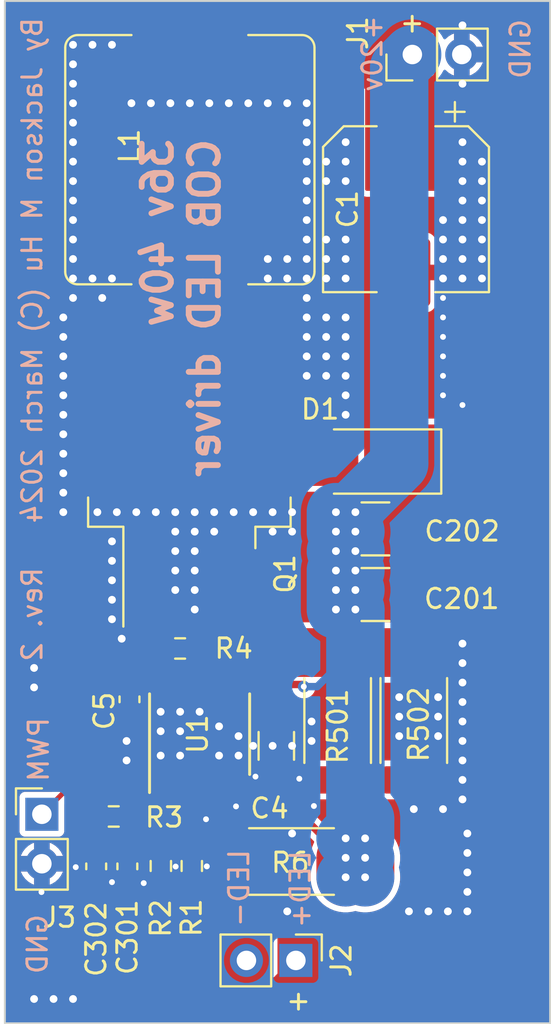
<source format=kicad_pcb>
(kicad_pcb (version 20240108) (generator "pcbnew") (generator_version "8.0")
  (layers (0 "F.Cu" signal) (31 "B.Cu" signal) (34 "B.Paste" user) (35 "F.Paste" user) (36 "B.SilkS" user "B.Silkscreen") (37 "F.SilkS" user "F.Silkscreen") (38 "B.Mask" user) (39 "F.Mask" user) (44 "Edge.Cuts" user))
  (net 0 "")
  (net 1 "Net-(C301-Pad1)")
  (net 2 "GND")
  (net 3 "LED+")
  (net 4 "Net-(D1-A)")
  (net 5 "Net-(Q1-G)")
  (net 6 "Net-(Q1-S)")
  (net 7 "Net-(U1-COMP)")
  (net 8 "Net-(U1-OVP)")
  (net 9 "LED-")
  (net 10 "SHDN")
  (net 11 "Net-(U1-ISW)")
  (net 12 "VBUS")
  (net 13 "Net-(U1-VCC)")
  (footprint "Resistor_SMD:R_2512_6332Metric_Pad1.40x3.35mm_HandSolder" (layer "F.Cu") (at 158.5 123.7 -90)
    (property "Reference" "R502" (at 0.2 -0.25 90) (layer "F.SilkS"))
    (property "Value" "0.09R/2w")
    (fp_line (start -2.177064 1.71) (end 2.177064 1.71) (stroke (width 0.12)) (layer "F.SilkS"))
    (fp_line (start -2.177064 -1.71) (end 2.177064 -1.71) (stroke (width 0.12)) (layer "F.SilkS"))
    (pad "1" smd roundrect (at -3.05 0 270) (size 1.4 3.35) (layers "F.Cu" "F.Paste" "F.Mask") (roundrect_rratio 0.1785707143) (net 6 "Net-(Q1-S)"))
    (pad "2" smd roundrect (at 3.05 0 270) (size 1.4 3.35) (layers "F.Cu" "F.Paste" "F.Mask") (roundrect_rratio 0.1785707143) (net 2 "GND"))
  )
  (footprint "Package_TO_SOT_SMD:TO-263-2" (layer "F.Cu") (at 146.975 108.925 90)
    (property "Reference" "Q1" (at -7.245 4.915 90) (layer "F.SilkS"))
    (property "Value" "CRSS052N08N")
    (fp_line (start -3.325 -5.2) (end -4.825 -5.2) (stroke (width 0.12)) (layer "F.SilkS"))
    (fp_line (start -4.825 -5.2) (end -4.825 -3.39) (stroke (width 0.12)) (layer "F.SilkS"))
    (fp_line (start -4.825 -3.39) (end -9.95 -3.39) (stroke (width 0.12)) (layer "F.SilkS"))
    (fp_line (start -4.825 3.39) (end -5.925 3.39) (stroke (width 0.12)) (layer "F.SilkS"))
    (fp_line (start -3.325 5.2) (end -4.825 5.2) (stroke (width 0.12)) (layer "F.SilkS"))
    (fp_line (start -4.825 5.2) (end -4.825 3.39) (stroke (width 0.12)) (layer "F.SilkS"))
    (pad "1" smd roundrect (at -7.65 -2.54 90) (size 4.6 1.1) (layers "F.Cu" "F.Paste" "F.Mask") (roundrect_rratio 0.2272727273) (net 5 "Net-(Q1-G)"))
    (pad "2" smd roundrect (at -0.925 -2.775 90) (size 4.55 5.25) (layers "F.Cu" "F.Paste") (roundrect_rratio 0.05494505495) (net 4 "Net-(D1-A)"))
    (pad "2" smd roundrect (at -0.925 2.775 90) (size 4.55 5.25) (layers "F.Cu" "F.Paste") (roundrect_rratio 0.05494505495) (net 4 "Net-(D1-A)"))
    (pad "2" smd roundrect (at 1.5 0 90) (size 9.4 10.8) (layers "F.Cu" "F.Mask") (roundrect_rratio 0.02659595745) (net 4 "Net-(D1-A)"))
    (pad "2" smd roundrect (at 3.925 -2.775 90) (size 4.55 5.25) (layers "F.Cu" "F.Paste") (roundrect_rratio 0.05494505495) (net 4 "Net-(D1-A)"))
    (pad "2" smd roundrect (at 3.925 2.775 90) (size 4.55 5.25) (layers "F.Cu" "F.Paste") (roundrect_rratio 0.05494505495) (net 4 "Net-(D1-A)"))
    (pad "3" smd roundrect (at -7.65 2.54 90) (size 4.6 1.1) (layers "F.Cu" "F.Paste" "F.Mask") (roundrect_rratio 0.2272727273) (net 6 "Net-(Q1-S)"))
  )
  (footprint "Resistor_SMD:R_0603_1608Metric_Pad0.98x0.95mm_HandSolder" (layer "F.Cu") (at 143.09 128.6275 180)
    (property "Reference" "R3" (at -2.5875 -0.04375 180) (layer "F.SilkS"))
    (property "Value" "5.8k")
    (fp_line (start -0.254724 0.5225) (end 0.254724 0.5225) (stroke (width 0.12)) (layer "F.SilkS"))
    (fp_line (start -0.254724 -0.5225) (end 0.254724 -0.5225) (stroke (width 0.12)) (layer "F.SilkS"))
    (pad "1" smd roundrect (at -0.9125 0 180) (size 0.975 0.95) (layers "F.Cu" "F.Paste" "F.Mask") (net 7 "Net-(U1-COMP)"))
    (pad "2" smd roundrect (at 0.9125 0 180) (size 0.975 0.95) (layers "F.Cu" "F.Paste" "F.Mask") (net 1 "Net-(C301-Pad1)"))
  )
  (footprint "Capacitor_SMD:C_1210_3225Metric_Pad1.33x2.70mm_HandSolder" (layer "F.Cu") (at 156.53 113.86 180)
    (property "Reference" "C202" (at -4.45 -0.12 180) (layer "F.SilkS"))
    (property "Value" "10uF/63v")
    (fp_line (start -0.711252 1.36) (end 0.711252 1.36) (stroke (width 0.12)) (layer "F.SilkS"))
    (fp_line (start -0.711252 -1.36) (end 0.711252 -1.36) (stroke (width 0.12)) (layer "F.SilkS"))
    (pad "1" smd roundrect (at -1.5625 0 180) (size 1.325 2.7) (layers "F.Cu" "F.Paste" "F.Mask") (roundrect_rratio 0.1886792453) (net 3 "LED+"))
    (pad "2" smd roundrect (at 1.5625 0 180) (size 1.325 2.7) (layers "F.Cu" "F.Paste" "F.Mask") (roundrect_rratio 0.1886792453) (net 12 "VBUS"))
  )
  (footprint "Package_SO:SSOP-10_3.9x4.9mm_P1.00mm" (layer "F.Cu") (at 147.5 124.4 90)
    (property "Reference" "U1" (at 0 -0.1 90) (layer "F.SilkS"))
    (property "Value" "CN5816")
    (fp_line (start -3 -2.57) (end 2.07 -2.57) (stroke (width 0.15)) (layer "F.SilkS"))
    (fp_line (start -2.07 2.57) (end 2.07 2.57) (stroke (width 0.15)) (layer "F.SilkS"))
    (pad "1" smd rect (at -2.55 -2 90) (size 1.1 0.51) (layers "F.Cu" "F.Paste" "F.Mask") (net 10 "SHDN"))
    (pad "2" smd rect (at -2.55 -1 90) (size 1.1 0.51) (layers "F.Cu" "F.Paste" "F.Mask") (net 7 "Net-(U1-COMP)"))
    (pad "3" smd rect (at -2.55 0 90) (size 1.1 0.51) (layers "F.Cu" "F.Paste" "F.Mask") (net 8 "Net-(U1-OVP)"))
    (pad "4" smd rect (at -2.55 1 90) (size 1.1 0.51) (layers "F.Cu" "F.Paste" "F.Mask") (net 9 "LED-"))
    (pad "5" smd rect (at -2.55 2 90) (size 1.1 0.51) (layers "F.Cu" "F.Paste" "F.Mask") (net 12 "VBUS"))
    (pad "6" smd rect (at 2.55 2 90) (size 1.1 0.51) (layers "F.Cu" "F.Paste" "F.Mask") (net 12 "VBUS"))
    (pad "7" smd rect (at 2.55 1 90) (size 1.1 0.51) (layers "F.Cu" "F.Paste" "F.Mask") (net 13 "Net-(U1-VCC)"))
    (pad "8" smd rect (at 2.55 0 90) (size 1.1 0.51) (layers "F.Cu" "F.Paste" "F.Mask") (net 5 "Net-(Q1-G)"))
    (pad "9" smd rect (at 2.55 -1 90) (size 1.1 0.51) (layers "F.Cu" "F.Paste" "F.Mask") (net 2 "GND"))
    (pad "10" smd rect (at 2.55 -2 90) (size 1.1 0.51) (layers "F.Cu" "F.Paste" "F.Mask") (net 11 "Net-(U1-ISW)"))
  )
  (footprint "Connector_PinHeader_2.54mm:PinHeader_1x02_P2.54mm_Vertical" (layer "F.Cu") (at 139.4 128.515)
    (property "Reference" "J3" (at 0.9 5.3 0) (layer "F.SilkS"))
    (property "Value" "PWM")
    (fp_line (start -1.33 -1.33) (end 0 -1.33) (stroke (width 0.12)) (layer "F.SilkS"))
    (fp_line (start -1.33 0) (end -1.33 -1.33) (stroke (width 0.12)) (layer "F.SilkS"))
    (fp_line (start -1.33 1.27) (end -1.33 3.87) (stroke (width 0.12)) (layer "F.SilkS"))
    (fp_line (start -1.33 1.27) (end 1.33 1.27) (stroke (width 0.12)) (layer "F.SilkS"))
    (fp_line (start -1.33 3.87) (end 1.33 3.87) (stroke (width 0.12)) (layer "F.SilkS"))
    (fp_line (start 1.33 1.27) (end 1.33 3.87) (stroke (width 0.12)) (layer "F.SilkS"))
    (pad "1" thru_hole rect (at 0 0) (size 1.7 1.7) (drill 1) (layers "*.Cu" "*.Mask") (net 10 "SHDN"))
    (pad "2" thru_hole oval (at 0 2.54) (size 1.7 1.7) (drill 1) (layers "*.Cu" "*.Mask") (net 2 "GND"))
  )
  (footprint "Capacitor_SMD:C_1210_3225Metric_Pad1.33x2.70mm_HandSolder" (layer "F.Cu") (at 156.53 117.23 180)
    (property "Reference" "C201" (at -4.43 -0.22 180) (layer "F.SilkS"))
    (property "Value" "10uF/63v")
    (fp_line (start -0.711252 1.36) (end 0.711252 1.36) (stroke (width 0.12)) (layer "F.SilkS"))
    (fp_line (start -0.711252 -1.36) (end 0.711252 -1.36) (stroke (width 0.12)) (layer "F.SilkS"))
    (pad "1" smd roundrect (at -1.5625 0 180) (size 1.325 2.7) (layers "F.Cu" "F.Paste" "F.Mask") (roundrect_rratio 0.1886792453) (net 3 "LED+"))
    (pad "2" smd roundrect (at 1.5625 0 180) (size 1.325 2.7) (layers "F.Cu" "F.Paste" "F.Mask") (roundrect_rratio 0.1886792453) (net 12 "VBUS"))
  )
  (footprint "Connector_PinHeader_2.54mm:PinHeader_1x02_P2.54mm_Vertical" (layer "F.Cu") (at 152.445 136.02 -90)
    (property "Reference" "J2" (at 0 -2.33 90) (layer "F.SilkS"))
    (property "Value" "LED")
    (fp_line (start -1.33 3.87) (end 1.33 3.87) (stroke (width 0.12)) (layer "F.SilkS"))
    (fp_line (start -1.33 1.27) (end -1.33 3.87) (stroke (width 0.12)) (layer "F.SilkS"))
    (fp_line (start -1.33 1.27) (end 1.33 1.27) (stroke (width 0.12)) (layer "F.SilkS"))
    (fp_line (start 1.33 1.27) (end 1.33 3.87) (stroke (width 0.12)) (layer "F.SilkS"))
    (fp_line (start -1.33 0) (end -1.33 -1.33) (stroke (width 0.12)) (layer "F.SilkS"))
    (fp_line (start -1.33 -1.33) (end 0 -1.33) (stroke (width 0.12)) (layer "F.SilkS"))
    (pad "1" thru_hole rect (at 0 0 270) (size 1.7 1.7) (drill 1) (layers "*.Cu" "*.Mask") (net 3 "LED+"))
    (pad "2" thru_hole oval (at 0 2.54 270) (size 1.7 1.7) (drill 1) (layers "*.Cu" "*.Mask") (net 9 "LED-"))
  )
  (footprint "Capacitor_SMD:CP_Elec_8x10" (layer "F.Cu") (at 158.1 97.4425 -90)
    (property "Reference" "C1" (at 0 3 90) (layer "F.SilkS"))
    (property "Value" "100uF")
    (fp_line (start -3.195563 4.26) (end 4.26 4.26) (stroke (width 0.12)) (layer "F.SilkS"))
    (fp_line (start 4.26 4.26) (end 4.26 1.51) (stroke (width 0.12)) (layer "F.SilkS"))
    (fp_line (start -4.26 3.195563) (end -3.195563 4.26) (stroke (width 0.12)) (layer "F.SilkS"))
    (fp_line (start -4.26 3.195563) (end -4.26 1.51) (stroke (width 0.12)) (layer "F.SilkS"))
    (fp_line (start -5.5 -2.51) (end -4.5 -2.51) (stroke (width 0.12)) (layer "F.SilkS"))
    (fp_line (start -5 -3.01) (end -5 -2.01) (stroke (width 0.12)) (layer "F.SilkS"))
    (fp_line (start -4.26 -3.195563) (end -4.26 -1.51) (stroke (width 0.12)) (layer "F.SilkS"))
    (fp_line (start -4.26 -3.195563) (end -3.195563 -4.26) (stroke (width 0.12)) (layer "F.SilkS"))
    (fp_line (start -3.195563 -4.26) (end 4.26 -4.26) (stroke (width 0.12)) (layer "F.SilkS"))
    (fp_line (start 4.26 -4.26) (end 4.26 -1.51) (stroke (width 0.12)) (layer "F.SilkS"))
    (pad "1" smd roundrect (at -3.25 0 270) (size 3.5 2.5) (layers "F.Cu" "F.Paste" "F.Mask") (roundrect_rratio 0.1) (net 12 "VBUS"))
    (pad "2" smd roundrect (at 3.25 0 270) (size 3.5 2.5) (layers "F.Cu" "F.Paste" "F.Mask") (roundrect_rratio 0.1) (net 2 "GND"))
  )
  (footprint "Capacitor_SMD:C_0603_1608Metric_Pad1.08x0.95mm_HandSolder" (layer "F.Cu") (at 142.19 131.19 -90)
    (property "Reference" "C302" (at 3.7375 0 90) (layer "F.SilkS"))
    (property "Value" "1nF")
    (fp_line (start -0.146267 0.51) (end 0.146267 0.51) (stroke (width 0.12)) (layer "F.SilkS"))
    (fp_line (start -0.146267 -0.51) (end 0.146267 -0.51) (stroke (width 0.12)) (layer "F.SilkS"))
    (pad "1" smd roundrect (at -0.8625 0 270) (size 1.075 0.95) (layers "F.Cu" "F.Paste" "F.Mask") (net 1 "Net-(C301-Pad1)"))
    (pad "2" smd roundrect (at 0.8625 0 270) (size 1.075 0.95) (layers "F.Cu" "F.Paste" "F.Mask") (net 2 "GND"))
  )
  (footprint "Resistor_SMD:R_0603_1608Metric_Pad0.98x0.95mm_HandSolder" (layer "F.Cu") (at 147.1 131.17 90)
    (property "Reference" "R1" (at -2.66 -0.02 -90) (layer "F.SilkS"))
    (property "Value" "4220k")
    (fp_line (start -0.254724 -0.5225) (end 0.254724 -0.5225) (stroke (width 0.12)) (layer "F.SilkS"))
    (fp_line (start -0.254724 0.5225) (end 0.254724 0.5225) (stroke (width 0.12)) (layer "F.SilkS"))
    (pad "1" smd roundrect (at -0.9125 0 90) (size 0.975 0.95) (layers "F.Cu" "F.Paste" "F.Mask") (net 3 "LED+"))
    (pad "2" smd roundrect (at 0.9125 0 90) (size 0.975 0.95) (layers "F.Cu" "F.Paste" "F.Mask") (net 8 "Net-(U1-OVP)"))
  )
  (footprint "Diode_SMD:D_SMA" (layer "F.Cu") (at 156.4 110.4 180)
    (property "Reference" "D1" (at 2.71 2.68 0) (layer "F.SilkS"))
    (property "Value" "C434027")
    (fp_line (start -3.51 1.65) (end 2 1.65) (stroke (width 0.12)) (layer "F.SilkS"))
    (fp_line (start -3.51 -1.65) (end 2 -1.65) (stroke (width 0.12)) (layer "F.SilkS"))
    (fp_line (start -3.51 -1.65) (end -3.51 1.65) (stroke (width 0.12)) (layer "F.SilkS"))
    (pad "1" smd roundrect (at -2 0 180) (size 2.5 1.8) (layers "F.Cu" "F.Paste" "F.Mask") (roundrect_rratio 0.1388888889) (net 3 "LED+"))
    (pad "2" smd roundrect (at 2 0 180) (size 2.5 1.8) (layers "F.Cu" "F.Paste" "F.Mask") (roundrect_rratio 0.1388888889) (net 4 "Net-(D1-A)"))
  )
  (footprint "Resistor_SMD:R_0603_1608Metric_Pad0.98x0.95mm_HandSolder" (layer "F.Cu") (at 145.51 131.17 -90)
    (property "Reference" "R2" (at 2.69 0.01 -90) (layer "F.SilkS"))
    (property "Value" "100k")
    (fp_line (start -0.254724 0.5225) (end 0.254724 0.5225) (stroke (width 0.12)) (layer "F.SilkS"))
    (fp_line (start -0.254724 -0.5225) (end 0.254724 -0.5225) (stroke (width 0.12)) (layer "F.SilkS"))
    (pad "1" smd roundrect (at -0.9125 0 270) (size 0.975 0.95) (layers "F.Cu" "F.Paste" "F.Mask") (net 8 "Net-(U1-OVP)"))
    (pad "2" smd roundrect (at 0.9125 0 270) (size 0.975 0.95) (layers "F.Cu" "F.Paste" "F.Mask") (net 2 "GND"))
  )
  (footprint "Capacitor_SMD:C_0603_1608Metric_Pad1.08x0.95mm_HandSolder" (layer "F.Cu") (at 143.79 131.19 -90)
    (property "Reference" "C301" (at 3.6375 0 90) (layer "F.SilkS"))
    (property "Value" "120nF")
    (fp_line (start -0.146267 0.51) (end 0.146267 0.51) (stroke (width 0.12)) (layer "F.SilkS"))
    (fp_line (start -0.146267 -0.51) (end 0.146267 -0.51) (stroke (width 0.12)) (layer "F.SilkS"))
    (pad "1" smd roundrect (at -0.8625 0 270) (size 1.075 0.95) (layers "F.Cu" "F.Paste" "F.Mask") (net 1 "Net-(C301-Pad1)"))
    (pad "2" smd roundrect (at 0.8625 0 270) (size 1.075 0.95) (layers "F.Cu" "F.Paste" "F.Mask") (net 2 "GND"))
  )
  (footprint "Inductor_SMD:L_TaiTech_TMPC1265_13.5x12.5mm" (layer "F.Cu") (at 147 94.9 -90)
    (property "Reference" "L1" (at -0.7 3.1 90) (layer "F.SilkS"))
    (property "Value" "FXL1365-820-M")
    (fp_line (start 5.75 6.4) (end -5.75 6.4) (stroke (width 0.12)) (layer "F.SilkS"))
    (fp_line (start -6.4 3) (end -6.4 5.75) (stroke (width 0.12)) (layer "F.SilkS"))
    (fp_line (start 6.4 3) (end 6.4 5.75) (stroke (width 0.12)) (layer "F.SilkS"))
    (fp_line (start -6.4 -5.75) (end -6.4 -3) (stroke (width 0.12)) (layer "F.SilkS"))
    (fp_line (start 6.4 -5.75) (end 6.4 -3) (stroke (width 0.12)) (layer "F.SilkS"))
    (fp_line (start -5.75 -6.4) (end 5.75 -6.4) (stroke (width 0.12)) (layer "F.SilkS"))
    (fp_arc (start -5.75 6.4) (mid -6.209619 6.209619) (end -6.4 5.75) (stroke (width 0.12)) (layer "F.SilkS"))
    (fp_arc (start 6.4 5.75) (mid 6.209619 6.209619) (end 5.75 6.4) (stroke (width 0.12)) (layer "F.SilkS"))
    (fp_arc (start -6.4 -5.75) (mid -6.209619 -6.209619) (end -5.75 -6.4) (stroke (width 0.12)) (layer "F.SilkS"))
    (fp_arc (start 5.75 -6.4) (mid 6.209619 -6.209619) (end 6.4 -5.75) (stroke (width 0.12)) (layer "F.SilkS"))
    (pad "1" smd rect (at -5.55 0 270) (size 3.1 5) (layers "F.Cu" "F.Paste" "F.Mask") (net 12 "VBUS"))
    (pad "2" smd rect (at 5.55 0 270) (size 3.1 5) (layers "F.Cu" "F.Paste" "F.Mask") (net 4 "Net-(D1-A)"))
  )
  (footprint "Resistor_SMD:R_2512_6332Metric_Pad1.40x3.35mm_HandSolder" (layer "F.Cu") (at 154.59 123.7 -90)
    (property "Reference" "R501" (at 0.3 0 90) (layer "F.SilkS"))
    (property "Value" "0.09R/2w")
    (fp_line (start -2.177064 1.71) (end 2.177064 1.71) (stroke (width 0.12)) (layer "F.SilkS"))
    (fp_line (start -2.177064 -1.71) (end 2.177064 -1.71) (stroke (width 0.12)) (layer "F.SilkS"))
    (pad "1" smd roundrect (at -3.05 0 270) (size 1.4 3.35) (layers "F.Cu" "F.Paste" "F.Mask") (roundrect_rratio 0.1785707143) (net 6 "Net-(Q1-S)"))
    (pad "2" smd roundrect (at 3.05 0 270) (size 1.4 3.35) (layers "F.Cu" "F.Paste" "F.Mask") (roundrect_rratio 0.1785707143) (net 2 "GND"))
  )
  (footprint "Resistor_SMD:R_0603_1608Metric_Pad0.98x0.95mm_HandSolder" (layer "F.Cu") (at 146.5 120)
    (property "Reference" "R4" (at 2.75 0 0) (layer "F.SilkS"))
    (property "Value" "1k")
    (fp_line (start -0.254724 -0.5225) (end 0.254724 -0.5225) (stroke (width 0.12)) (layer "F.SilkS"))
    (fp_line (start -0.254724 0.5225) (end 0.254724 0.5225) (stroke (width 0.12)) (layer "F.SilkS"))
    (pad "1" smd roundrect (at -0.9125 0) (size 0.975 0.95) (layers "F.Cu" "F.Paste" "F.Mask") (net 11 "Net-(U1-ISW)"))
    (pad "2" smd roundrect (at 0.9125 0) (size 0.975 0.95) (layers "F.Cu" "F.Paste" "F.Mask") (net 6 "Net-(Q1-S)"))
  )
  (footprint "Capacitor_SMD:C_0603_1608Metric_Pad1.08x0.95mm_HandSolder" (layer "F.Cu") (at 143.9 122.6125 -90)
    (property "Reference" "C5" (at 0.6 1.3 90) (layer "F.SilkS"))
    (property "Value" "1nF")
    (fp_line (start -0.146267 0.51) (end 0.146267 0.51) (stroke (width 0.12)) (layer "F.SilkS"))
    (fp_line (start -0.146267 -0.51) (end 0.146267 -0.51) (stroke (width 0.12)) (layer "F.SilkS"))
    (pad "1" smd roundrect (at -0.8625 0 270) (size 1.075 0.95) (layers "F.Cu" "F.Paste" "F.Mask") (net 11 "Net-(U1-ISW)"))
    (pad "2" smd roundrect (at 0.8625 0 270) (size 1.075 0.95) (layers "F.Cu" "F.Paste" "F.Mask") (net 2 "GND"))
  )
  (footprint "Capacitor_SMD:C_1206_3216Metric_Pad1.33x1.80mm_HandSolder" (layer "F.Cu") (at 151.44 125.0025 -90)
    (property "Reference" "C4" (at 3.2075 0.35 0) (layer "F.SilkS"))
    (property "Value" "10uF/50v")
    (fp_line (start -0.711252 0.91) (end 0.711252 0.91) (stroke (width 0.12)) (layer "F.SilkS"))
    (fp_line (start -0.711252 -0.91) (end 0.711252 -0.91) (stroke (width 0.12)) (layer "F.SilkS"))
    (pad "1" smd roundrect (at -1.5625 0 270) (size 1.325 1.8) (layers "F.Cu" "F.Paste" "F.Mask") (roundrect_rratio 0.1886792453) (net 13 "Net-(U1-VCC)"))
    (pad "2" smd roundrect (at 1.5625 0 270) (size 1.325 1.8) (layers "F.Cu" "F.Paste" "F.Mask") (roundrect_rratio 0.1886792453) (net 2 "GND"))
  )
  (footprint "Connector_PinHeader_2.54mm:PinHeader_1x02_P2.54mm_Vertical" (layer "F.Cu") (at 158.425 89.5 90)
    (property "Reference" "J1" (at 1.1 -2.8 90) (layer "F.SilkS"))
    (property "Value" "PWR")
    (fp_line (start -1.33 -1.33) (end 0 -1.33) (stroke (width 0.12)) (layer "F.SilkS"))
    (fp_line (start -1.33 0) (end -1.33 -1.33) (stroke (width 0.12)) (layer "F.SilkS"))
    (fp_line (start 1.33 1.27) (end 1.33 3.87) (stroke (width 0.12)) (layer "F.SilkS"))
    (fp_line (start -1.33 1.27) (end 1.33 1.27) (stroke (width 0.12)) (layer "F.SilkS"))
    (fp_line (start -1.33 1.27) (end -1.33 3.87) (stroke (width 0.12)) (layer "F.SilkS"))
    (fp_line (start -1.33 3.87) (end 1.33 3.87) (stroke (width 0.12)) (layer "F.SilkS"))
    (pad "1" thru_hole rect (at 0 0 90) (size 1.7 1.7) (drill 1) (layers "*.Cu" "*.Mask") (net 12 "VBUS"))
    (pad "2" thru_hole oval (at 0 2.54 90) (size 1.7 1.7) (drill 1) (layers "*.Cu" "*.Mask") (net 2 "GND"))
  )
  (footprint "Resistor_SMD:R_2512_6332Metric_Pad1.40x3.35mm_HandSolder" (layer "F.Cu") (at 152.22 130.94 180)
    (property "Reference" "R6" (at 0.06 -0.06 0) (layer "F.SilkS"))
    (property "Value" "0.15R/2w")
    (fp_line (start -2.177064 1.71) (end 2.177064 1.71) (stroke (width 0.12)) (layer "F.SilkS"))
    (fp_line (start -2.177064 -1.71) (end 2.177064 -1.71) (stroke (width 0.12)) (layer "F.SilkS"))
    (pad "1" smd roundrect (at -3.05 0 180) (size 1.4 3.35) (layers "F.Cu" "F.Paste" "F.Mask") (roundrect_rratio 0.1785707143) (net 12 "VBUS"))
    (pad "2" smd roundrect (at 3.05 0 180) (size 1.4 3.35) (layers "F.Cu" "F.Paste" "F.Mask") (roundrect_rratio 0.1785707143) (net 9 "LED-"))
  )
  (gr_rect (start 137.5 86.75) (end 165.5 139.25) (stroke (width 0.1)) (fill none) (layer "Edge.Cuts"))
  (gr_text "GND" (at 139.76 133.56 90) (layer "B.SilkS") (effects (font (size 1 1)) (justify left bottom mirror)))
  (gr_text "By Jackson M Hu (C) March 2024   Rev. 2" (at 139.49 87.51 90) (layer "B.SilkS") (effects (font (size 1 1)) (justify left bottom mirror)))
  (gr_text "LED-" (at 150.11 130.23 90) (layer "B.SilkS") (effects (font (size 1 1)) (justify left bottom mirror)))
  (gr_text "GND" (at 164.56 87.59 90) (layer "B.SilkS") (effects (font (size 1 1)) (justify left bottom mirror)))
  (gr_text "+20v\n" (at 156.95 87.4 90) (layer "B.SilkS") (effects (font (size 1 1)) (justify left bottom mirror)))
  (gr_text "36v 40w \nCOB LED driver" (at 148.64 93.67 90) (layer "B.SilkS") (effects (font (size 1.5 1.5) (thickness 0.3) (bold yes)) (justify left bottom mirror)))
  (gr_text "PWM" (at 139.82 123.45 90) (layer "B.SilkS") (effects (font (size 1 1)) (justify left bottom mirror)))
  (gr_text "LED+" (at 153.26 130.29 90) (layer "B.SilkS") (effects (font (size 1 1)) (justify left bottom mirror)))
  (gr_text "+" (at 151.86 138.65 0) (layer "F.SilkS") (effects (font (size 1 1)) (justify left bottom)))
  (gr_text "+" (at 157.7 88.43 0) (layer "F.SilkS") (effects (font (size 1 1)) (justify left bottom)))
  (segment (start 143.79 130.3275) (end 142.19 130.3275) (width 0.254) (layer "F.Cu") (net 1))
  (segment (start 142.1775 128.6275) (end 142.1775 130.315) (width 0.25) (layer "F.Cu") (net 1))
  (segment (start 142.1775 130.315) (end 142.19 130.3275) (width 0.25) (layer "F.Cu") (net 1))
  (segment (start 146.0125 123.25) (end 146.0125 123.25) (width 0.762) (layer "F.Cu") (net 2))
  (segment (start 141.14 131.23) (end 141.11 131.2) (width 0.25) (layer "F.Cu") (net 2))
  (segment (start 146.5 122.7625) (end 146.5 121.85) (width 0.762) (layer "F.Cu") (net 2))
  (segment (start 146.5 123.25) (end 146.5 122.7625) (width 0.762) (layer "F.Cu") (net 2))
  (segment (start 146.5 122.7625) (end 146.5 122.7625) (width 0.762) (layer "F.Cu") (net 2))
  (segment (start 145.5 123.25) (end 146.0125 123.25) (width 0.762) (layer "F.Cu") (net 2))
  (segment (start 139.545 131.2) (end 139.4 131.055) (width 0.25) (layer "F.Cu") (net 2))
  (segment (start 146.0125 123.25) (end 146.5 123.25) (width 0.762) (layer "F.Cu") (net 2))
  (segment (start 141.17 131.2) (end 141.14 131.23) (width 0.25) (layer "F.Cu") (net 2))
  (segment (start 145.5 123.7625) (end 145.5 123.25) (width 0.762) (layer "F.Cu") (net 2))
  (segment (start 145.5 124.25) (end 145.5 123.7625) (width 0.762) (layer "F.Cu") (net 2))
  (segment (start 141.11 131.2) (end 139.545 131.2) (width 0.25) (layer "F.Cu") (net 2))
  (segment (start 145.5 123.7625) (end 145.5 123.7625) (width 0.762) (layer "F.Cu") (net 2))
  (segment (start 146.27 131.2) (end 141.17 131.2) (width 0.25) (layer "F.Cu") (net 2))
  (via (at 142.5 102) (size 0.8) (drill 0.4) (layers "F.Cu" "B.Cu") (net 2))
  (via (at 161.25 132.5) (size 0.8) (drill 0.4) (layers "F.Cu" "B.Cu") (net 2))
  (via (at 153.37 128.09) (size 0.6) (drill 0.3) (layers "F.Cu" "B.Cu") (net 2))
  (via (at 146 92) (size 0.8) (drill 0.4) (layers "F.Cu" "B.Cu") (net 2))
  (via (at 147.25 118) (size 0.8) (drill 0.4) (layers "F.Cu" "B.Cu") (net 2))
  (via (at 160.25 133.5) (size 0.8) (drill 0.4) (layers "F.Cu" "B.Cu") (net 2))
  (via (at 151.25 114) (size 0.8) (drill 0.4) (layers "F.Cu" "B.Cu") (net 2))
  (via (at 143.75 124.75) (size 0.8) (drill 0.4) (layers "F.Cu" "B.Cu") (net 2))
  (via (at 146.5 123.25) (size 0.8) (drill 0.4) (layers "F.Cu" "B.Cu") (net 2))
  (via (at 161 121.75) (size 0.8) (drill 0.4) (layers "F.Cu" "B.Cu") (net 2))
  (via (at 153 106) (size 0.8) (drill 0.4) (layers "F.Cu" "B.Cu") (net 2))
  (via (at 152.62 126.69) (size 0.6) (drill 0.3) (layers "F.Cu" "B.Cu") (net 2))
  (via (at 153 105) (size 0.8) (drill 0.4) (layers "F.Cu" "B.Cu") (net 2))
  (via (at 143 101) (size 0.8) (drill 0.4) (layers "F.Cu" "B.Cu") (net 2))
  (via (at 155 96) (size 0.8) (drill 0.4) (layers "F.Cu" "B.Cu") (net 2))
  (via (at 161.25 130.5) (size 0.8) (drill 0.4) (layers "F.Cu" "B.Cu") (net 2))
  (via (at 139 122) (size 0.8) (drill 0.4) (layers "F.Cu" "B.Cu") (net 2))
  (via (at 154 103) (size 0.8) (drill 0.4) (layers "F.Cu" "B.Cu") (net 2))
  (via (at 154 106) (size 0.8) (drill 0.4) (layers "F.Cu" "B.Cu") (net 2))
  (via (at 161 107.5) (size 0.6) (drill 0.3) (layers "F.Cu" "B.Cu") (net 2))
  (via (at 145.5 123.25) (size 0.8) (drill 0.4) (layers "F.Cu" "B.Cu") (net 2))
  (via (at 153 95) (size 0.8) (drill 0.4) (layers "F.Cu" "B.Cu") (net 2))
  (via (at 158.5 128.25) (size 0.8) (drill 0.4) (layers "F.Cu" "B.Cu") (net 2))
  (via (at 149.5 124.5) (size 0.8) (drill 0.4) (layers "F.Cu" "B.Cu") (net 2))
  (via (at 145.5 125.5) (size 0.8) (drill 0.4) (layers "F.Cu" "B.Cu") (net 2))
  (via (at 141 92) (size 0.8) (drill 0.4) (layers "F.Cu" "B.Cu") (net 2))
  (via (at 150.25 113) (size 0.8) (drill 0.4) (layers "F.Cu" "B.Cu") (net 2))
  (via (at 143 89) (size 0.8) (drill 0.4) (layers "F.Cu" "B.Cu") (net 2))
  (via (at 140 138) (size 0.8) (drill 0.4) (layers "F.Cu" "B.Cu") (net 2))
  (via (at 140.5 106) (size 0.8) (drill 0.4) (layers "F.Cu" "B.Cu") (net 2))
  (via (at 162 100) (size 0.8) (drill 0.4) (layers "F.Cu" "B.Cu") (net 2))
  (via (at 160 98) (size 0.8) (drill 0.4) (layers "F.Cu" "B.Cu") (net 2))
  (via (at 161 119.75) (size 0.8) (drill 0.4) (layers "F.Cu" "B.Cu") (net 2))
  (via (at 147.5 123.25) (size 0.8) (drill 0.4) (layers "F.Cu" "B.Cu") (net 2))
  (via (at 146.25 113) (size 0.8) (drill 0.4) (layers "F.Cu" "B.Cu") (net 2))
  (via (at 153 96) (size 0.8) (drill 0.4) (layers "F.Cu" "B.Cu") (net 2))
  (via (at 159.25 133.5) (size 0.8) (drill 0.4) (layers "F.Cu" "B.Cu") (net 2))
  (via (at 141 91) (size 0.8) (drill 0.4) (layers "F.Cu" "B.Cu") (net 2))
  (via (at 161 101) (size 0.8) (drill 0.4) (layers "F.Cu" "B.Cu") (net 2))
  (via (at 145.25 113) (size 0.8) (drill 0.4) (layers "F.Cu" "B.Cu") (net 2))
  (via (at 160 106) (size 0.6) (drill 0.3) (layers "F.Cu" "B.Cu") (net 2))
  (via (at 153 103) (size 0.8) (drill 0.4) (layers "F.Cu" "B.Cu") (net 2))
  (via (at 143 117.5) (size 0.8) (drill 0.4) (layers "F.Cu" "B.Cu") (net 2))
  (via (at 148 92) (size 0.8) (drill 0.4) (layers "F.Cu" "B.Cu") (net 2))
  (via (at 152 92) (size 0.8) (drill 0.4) (layers "F.Cu" "B.Cu") (net 2))
  (via (at 151 100) (size 0.8) (drill 0.4) (layers "F.Cu" "B.Cu") (net 2))
  (via (at 154 101) (size 0.8) (drill 0.4) (layers "F.Cu" "B.Cu") (net 2))
  (via (at 154 104) (size 0.8) (drill 0.4) (layers "F.Cu" "B.Cu") (net 2))
  (via (at 143.25 113) (size 0.8) (drill 0.4) (layers "F.Cu" "B.Cu") (net 2))
  (via (at 141 102) (size 0.8) (drill 0.4) (layers "F.Cu" "B.Cu") (net 2))
  (via (at 161 123.75) (size 0.8) (drill 0.4) (layers "F.Cu" "B.Cu") (net 2))
  (via (at 149.37 128.11) (size 0.6) (drill 0.3) (layers "F.Cu" "B.Cu") (net 2))
  (via (at 151 101) (size 0.8) (drill 0.4) (layers "F.Cu" "B.Cu") (net 2))
  (via (at 155 99) (size 0.8) (drill 0.4) (layers "F.Cu" "B.Cu") (net 2))
  (via (at 143 132) (size 0.6) (drill 0.3) (layers "F.Cu" "B.Cu") (net 2))
  (via (at 160 103) (size 0.6) (drill 0.3) (layers "F.Cu" "B.Cu") (net 2))
  (via (at 160 128.25) (size 0.8) (drill 0.4) (layers "F.Cu" "B.Cu") (net 2))
  (via (at 153 94) (size 0.8) (drill 0.4) (layers "F.Cu" "B.Cu") (net 2))
  (via (at 147.25 114) (size 0.8) (drill 0.4) (layers "F.Cu" "B.Cu") (net 2))
  (via (at 144.25 113) (size 0.8) (drill 0.4) (layers "F.Cu" "B.Cu") (net 2))
  (via (at 155 108) (size 0.8) (drill 0.4) (layers "F.Cu" "B.Cu") (net 2))
  (via (at 141.14 131.23) (size 0.6) (drill 0.3) (layers "F.Cu" "B.Cu") (net 2))
  (via (at 141 101) (size 0.8) (drill 0.4) (layers "F.Cu" "B.Cu") (net 2))
  (via (at 141 99) (size 0.8) (drill 0.4) (layers "F.Cu" "B.Cu") (net 2))
  (via (at 139 138) (size 0.8) (drill 0.4) (layers "F.Cu" "B.Cu") (net 2))
  (via (at 161 120.75) (size 0.8) (drill 0.4) (layers "F.Cu" "B.Cu") (net 2))
  (via (at 160 99) (size 0.8) (drill 0.4) (layers "F.Cu" "B.Cu") (net 2))
  (via (at 158.25 133.5) (size 0.8) (drill 0.4) (layers "F.Cu" "B.Cu") (net 2))
  (via (at 160 107) (size 0.6) (drill 0.3) (layers "F.Cu" "B.Cu") (net 2))
  (via (at 147.25 115) (size 0.8) (drill 0.4) (layers "F.Cu" "B.Cu") (net 2))
  (via (at 152.25 114) (size 0.8) (drill 0.4) (layers "F.Cu" "B.Cu") (net 2))
  (via (at 153 97) (size 0.8) (drill 0.4) (layers "F.Cu" "B.Cu") (net 2))
  (via (at 153 101) (size 0.8) (drill 0.4) (layers "F.Cu" "B.Cu") (net 2))
  (via (at 143.5 119.5) (size 0.8) (drill 0.4) (layers "F.Cu" "B.Cu") (net 2))
  (via (at 148.5 125.5) (size 0.8) (drill 0.4) (layers "F.Cu" "B.Cu") (net 2))
  (via (at 155 104) (size 0.8) (drill 0.4) (layers "F.Cu" "B.Cu") (net 2))
  (via (at 140.5 105) (size 0.8) (drill 0.4) (layers "F.Cu" "B.Cu") (net 2))
  (via (at 161 126.75) (size 0.8) (drill 0.4) (layers "F.Cu" "B.Cu") (net 2))
  (via (at 162 96) (size 0.8) (drill 0.4) (layers "F.Cu" "B.Cu") (net 2))
  (via (at 152 101) (size 0.8) (drill 0.4) (layers "F.Cu" "B.Cu") (net 2))
  (via (at 150.37 126.58) (size 0.6) (drill 0.3) (layers "F.Cu" "B.Cu") (net 2))
  (via (at 160 101) (size 0.8) (drill 0.4) (layers "F.Cu" "B.Cu") (net 2))
  (via (at 153 100) (size 0.8) (drill 0.4) (layers "F.Cu" "B.Cu") (net 2))
  (via (at 153 102) (size 0.8) (drill 0.4) (layers "F.Cu" "B.Cu") (net 2))
  (via (at 157.75 122.5) (size 0.8) (drill 0.4) (layers "F.Cu" "B.Cu") (net 2))
  (via (at 161 88) (size 0.8) (drill 0.4) (layers "F.Cu" "B.Cu") (net 2))
  (via (at 146.5 125.5) (size 0.8) (drill 0.4) (layers "F.Cu" "B.Cu") (net 2))
  (via (at 153 92) (size 0.8) (drill 0.4) (layers "F.Cu" "B.Cu") (net 2))
  (via (at 161 122.75) (size 0.8) (drill 0.4) (layers "F.Cu" "B.Cu") (net 2))
  (via (at 139 121) (size 0.8) (drill 0.4) (layers "F.Cu" "B.Cu") (net 2))
  (via (at 141 97) (size 0.8) (drill 0.4) (layers "F.Cu" "B.Cu") (net 2))
  (via (at 159.75 122.5) (size 0.8) (drill 0.4) (layers "F.Cu" "B.Cu") (net 2))
  (via (at 159.75 123.5) (size 0.8) (drill 0.4) (layers "F.Cu" "B.Cu") (net 2))
  (via (at 161.25 133.5) (size 0.8) (drill 0.4) (layers "F.Cu" "B.Cu") (net 2))
  (via (at 147.83 128.77) (size 0.6) (drill 0.3) (layers "F.Cu" "B.Cu") (net 2))
  (via (at 148.25 114) (size 0.8) (drill 0.4) (layers "F.Cu" "B.Cu") (net 2))
  (via (at 147.25 116) (size 0.8) (drill 0.4) (layers "F.Cu" "B.Cu") (net 2))
  (via (at 152 100) (size 0.8) (drill 0.4) (layers "F.Cu" "B.Cu") (net 2))
  (via (at 143 118.5) (size 0.8) (drill 0.4) (layers "F.Cu" "B.Cu") (net 2))
  (via (at 146.25 117) (size 0.8) (drill 0.4) (layers "F.Cu" "B.Cu") (net 2))
  (via (at 147 92) (size 0.8) (drill 0.4) (layers "F.Cu" "B.Cu") (net 2))
  (via (at 161 94) (size 0.8) (drill 0.4) (layers "F.Cu" "B.Cu") (net 2))
  (via (at 140.5 111) (size 0.8) (drill 0.4) (layers "F.Cu" "B.Cu") (net 2))
  (via (at 154 105) (size 0.8) (drill 0.4) (layers "F.Cu" "B.Cu") (net 2))
  (via (at 161 91) (size 0.8) (drill 0.4) (layers "F.Cu" "B.Cu") (net 2))
  (via (at 151.25 113) (size 0.8) (drill 0.4) (layers "F.Cu" "B.Cu") (net 2))
  (via (at 153 104) (size 0.8) (drill 0.4) (layers "F.Cu" "B.Cu") (net 2))
  (via (at 155 106) (size 0.8) (drill 0.4) (layers "F.Cu" "B.Cu") (net 2))
  (via (at 146.27 131.2) (size 0.6) (drill 0.3) (layers "F.Cu" "B.Cu") (net 2))
  (via (at 161 96) (size 0.8) (drill 0.4) (layers "F.Cu" "B.Cu") (net 2))
  (via (at 146.25 114) (size 0.8) (drill 0.4) (layers "F.Cu" "B.Cu") (net 2))
  (via (at 141 94) (size 0.8) (drill 0.4) (layers "F.Cu" "B.Cu") (net 2))
  (via (at 154 100) (size 0.8) (drill 0.4) (layers "F.Cu" "B.Cu") (net 2))
  (via (at 150 92) (size 0.8) (drill 0.4) (layers "F.Cu" "B.Cu") (net 2))
  (via (at 141 95) (size 0.8) (drill 0.4) (layers "F.Cu" "B.Cu") (net 2))
  (via (at 139.38 132.51) (size 0.6) (drill 0.3) (layers "F.Cu" "B.Cu") (net 2))
  (via (at 160 102) (size 0.6) (drill 0.3) (layers "F.Cu" "B.Cu") (net 2))
  (via (at 149.25 113) (size 0.8) (drill 0.4) (layers "F.Cu" "B.Cu") (net 2))
  (via (at 155 103) (size 0.8) (drill 0.4) (layers "F.Cu" "B.Cu") (net 2))
  (via (at 140.5 113) (size 0.8) (drill 0.4) (layers "F.Cu" "B.Cu") (net 2))
  (via (at 150.25 125) (size 0.8) (drill 0.4) (layers "F.Cu" "B.Cu") (net 2))
  (via (at 141 98) (size 0.8) (drill 0.4) (layers "F.Cu" "B.Cu") (net 2))
  (via (at 155 95) (size 0.8) (drill 0.4) (layers "F.Cu" "B.Cu") (net 2))
  (via (at 146.25 116) (size 0.8) (drill 0.4) (layers "F.Cu" "B.Cu") (net 2))
  (via (at 140.5 112) (size 0.8) (drill 0.4) (layers "F.Cu" "B.Cu") (net 2))
  (via (at 161 98) (size 0.8) (drill 0.4) (layers "F.Cu" "B.Cu") (net 2))
  (via (at 143 114.5) (size 0.8) (drill 0.4) (layers "F.Cu" "B.Cu") (net 2))
  (via (at 140.5 109) (size 0.8) (drill 0.4) (layers "F.Cu" "B.Cu") (net 2))
  (via (at 160 104) (size 0.6) (drill 0.3) (layers "F.Cu" "B.Cu") (net 2))
  (via (at 141 89) (size 0.8) (drill 0.4) (layers "F.Cu" "B.Cu") (net 2))
  (via (at 151 92) (size 0.8) (drill 0.4) (layers "F.Cu" "B.Cu") (net 2))
  (via (at 140.5 108) (size 0.8) (drill 0.4) (layers "F.Cu" "B.Cu") (net 2))
  (via (at 162 99) (size 0.8) (drill 0.4) (layers "F.Cu" "B.Cu") (net 2))
  (via (at 157.75 123.5) (size 0.8) (drill 0.4) (layers "F.Cu" "B.Cu") (net 2))
  (via (at 154 96) (size 0.8) (drill 0.4) (layers "F.Cu" "B.Cu") (net 2))
  (via (at 142.25 113) (size 0.8) (drill 0.4) (layers "F.Cu" "B.Cu") (net 2))
  (via (at 161 127.75) (size 0.8) (drill 0.4) (layers "F.Cu" "B.Cu") (net 2))
  (via (at 143 115.5) (size 0.8) (drill 0.4) (layers "F.Cu" "B.Cu") (net 2))
  (via (at 154 95) (size 0.8) (drill 0.4) (layers "F.Cu" "B.Cu") (net 2))
  (via (at 160 100) (size 0.8) (drill 0.4) (layers "F.Cu" "B.Cu") (net 2))
  (via (at 161 125.75) (size 0.8) (drill 0.4) (layers "F.Cu" "B.Cu") (net 2))
  (via (at 153.25 124.75) (size 0.8) (drill 0.4) (layers "F.Cu" "B.Cu") (net 2))
  (via (at 151.25 125) (size 0.8) (drill 0.4) (layers "F.Cu" "B.Cu") (net 2))
  (via (at 142 89) (size 0.8) (drill 0.4) (layers "F.Cu" "B.Cu") (net 2))
  (via (at 152.25 113) (size 0.8) (drill 0.4) (layers "F.Cu" "B.Cu") (net 2))
  (via (at 141 93) (size 0.8) (drill 0.4) (layers "F.Cu" "B.Cu") (net 2))
  (via (at 155 101) (size 0.8) (drill 0.4) (layers "F.Cu" "B.Cu") (net 2))
  (via (at 145 92) (size 0.8) (drill 0.4) (layers "F.Cu" "B.Cu") (net 2))
  (via (at 144 92) (size 0.8) (drill 0.4) (layers "F.Cu" "B.Cu") (net 2))
  (via (at 155 107) (size 0.8) (drill 0.4) (layers "F.Cu" "B.Cu") (net 2))
  (via (at 152 133.5) (size 0.8) (drill 0.4) (layers "F.Cu" "B.Cu") (net 2))
  (via (at 141 90) (size 0.8) (drill 0.4) (layers "F.Cu" "B.Cu") (net 2))
  (via (at 142 101) (size 0.8) (drill 0.4) (layers "F.Cu" "B.Cu") (net 2))
  (via (at 153 99) (size 0.8) (drill 0.4) (layers "F.Cu" "B.Cu") (net 2))
  (via (at 161 100) (size 0.8) (drill 0.4) (layers "F.Cu" "B.Cu") (net 2))
  (via (at 152.25 129.5) (size 0.8) (drill 0.4) (layers "F.Cu" "B.Cu") (net 2))
  (via (at 140.5 104) (size 0.8) (drill 0.4) (layers "F.Cu" "B.Cu") (net 2))
  (via (at 144.63 132.05) (size 0.6) (drill 0.3) (layers "F.Cu" "B.Cu") (net 2))
  (via (at 157.75 124.5) (size 0.8) (drill 0.4) (layers "F.Cu" "B.Cu") (net 2))
  (via (at 152.25 125) (size 0.8) (drill 0.4) (layers "F.Cu" "B.Cu") (net 2))
  (via (at 160 105) (size 0.6) (drill 0.3) (layers "F.Cu" "B.Cu") (net 2))
  (via (at 140.5 103) (size 0.8) (drill 0.4) (layers "F.Cu" "B.Cu") (net 2))
  (via (at 161 97) (size 0.8) (drill 0.4) (layers "F.Cu" "B.Cu") (net 2))
  (via (at 154 99) (size 0.8) (drill 0.4) (layers "F.Cu" "B.Cu") (net 2))
  (via (at 159.75 124.5) (size 0.8) (drill 0.4) (layers "F.Cu" "B.Cu") (net 2))
  (via (at 155 105) (size 0.8) (drill 0.4) (layers "F.Cu" "B.Cu") (net 2))
  (via (at 149.5 125.5) (size 0.8) (drill 0.4) (layers "F.Cu" "B.Cu") (net 2))
  (via (at 155 94) (size 0.8) (drill 0.4) (layers "F.Cu" "B.Cu") (net 2))
  (via (at 162 101) (size 0.8) (drill 0.4) (layers "F.Cu" "B.Cu") (net 2))
  (via (at 141 138) (size 0.8) (drill 0.4) (layers "F.Cu" "B.Cu") (net 2))
  (via (at 146.5 124.25) (size 0.8) (drill 0.4) (layers "F.Cu" "B.Cu") (net 2))
  (via (at 141 100) (size 0.8) (drill 0.4) (layers "F.Cu" "B.Cu") (net 2))
  (via (at 143.75 125.75) (size 0.8) (drill 0.4) (layers "F.Cu" "B.Cu") (net 2))
  (via (at 146.25 115) (size 0.8) (drill 0.4) (layers "F.Cu" "B.Cu") (net 2))
  (via (at 153 98) (size 0.8) (drill 0.4) (layers "F.Cu" "B.Cu") (net 2))
  (via (at 161.25 131.5) (size 0.8) (drill 0.4) (layers "F.Cu" "B.Cu") (net 2))
  (via (at 155 100) (size 0.8) (drill 0.4) (layers "F.Cu" "B.Cu") (net 2))
  (via (at 141 96) (size 0.8) (drill 0.4) (layers "F.Cu" "B.Cu") (net 2))
  (via (at 143 116.5) (size 0.8) (drill 0.4) (layers "F.Cu" "B.Cu") (net 2))
  (via (at 161 99) (size 0.8) (drill 0.4) (layers "F.Cu" "B.Cu") (net 2))
  (via (at 148.25 113) (size 0.8) (drill 0.4) (layers "F.Cu" "B.Cu") (net 2))
  (via (at 161 124.75) (size 0.8) (drill 0.4) (layers "F.Cu" "B.Cu") (net 2))
  (via (at 161.25 129.5) (size 0.8) (drill 0.4) (layers "F.Cu" "B.Cu") (net 2))
  (via (at 153 93) (size 0.8) (drill 0.4) (layers "F.Cu" "B.Cu") (net 2))
  (via (at 161 95) (size 0.8) (drill 0.4) (layers "F.Cu" "B.Cu") (net 2))
  (via (at 147.25 117) (size 0.8) (drill 0.4) (layers "F.Cu" "B.Cu") (net 2))
  (via (at 162 97) (size 0.8) (drill 0.4) (layers "F.Cu" "B.Cu") (net 2))
  (via (at 162 95) (size 0.8) (drill 0.4) (layers "F.Cu" "B.Cu") (net 2))
  (via (at 149 92) (size 0.8) (drill 0.4) (layers "F.Cu" "B.Cu") (net 2))
  (via (at 140.5 110) (size 0.8) (drill 0.4) (layers "F.Cu" "B.Cu") (net 2))
  (via (at 147.87 131.19) (size 0.6) (drill 0.3) (layers "F.Cu" "B.Cu") (net 2))
  (via (at 145.5 124.25) (size 0.8) (drill 0.4) (layers "F.Cu" "B.Cu") (net 2))
  (via (at 153.25 123.75) (size 0.8) (drill 0.4) (layers "F.Cu" "B.Cu") (net 2))
  (via (at 148.5 124) (size 0.8) (drill 0.4) (layers "F.Cu" "B.Cu") (net 2))
  (via (at 147.25 113) (size 0.8) (drill 0.4) (layers "F.Cu" "B.Cu") (net 2))
  (via (at 140.5 107) (size 0.8) (drill 0.4) (layers "F.Cu" "B.Cu") (net 2))
  (via (at 162 98) (size 0.8) (drill 0.4) (layers "F.Cu" "B.Cu") (net 2))
  (segment (start 152.445 136.02) (end 150.465 138) (width 0.381) (layer "F.Cu") (net 3))
  (segment (start 147.25 136.75) (end 147.25 132.1325) (width 0.381) (layer "F.Cu") (net 3))
  (segment (start 148.5 138) (end 147.25 136.75) (width 0.381) (layer "F.Cu") (net 3))
  (segment (start 150.465 138) (end 148.5 138) (width 0.381) (layer "F.Cu") (net 3))
  (segment (start 154.4 110.4) (end 150.3 110.4) (width 2.5) (layer "F.Cu") (net 4))
  (segment (start 147 107.4) (end 146.975 107.425) (width 3) (layer "F.Cu") (net 4))
  (segment (start 150.3 110.4) (end 149.75 109.85) (width 2.5) (layer "F.Cu") (net 4))
  (segment (start 147 100.45) (end 147 107.4) (width 3) (layer "F.Cu") (net 4))
  (segment (start 146.402 120.293) (end 147.5 121.391) (width 0.254) (layer "F.Cu") (net 5))
  (segment (start 146.402 118.542) (end 146.402 120.293) (width 0.254) (layer "F.Cu") (net 5))
  (segment (start 144.435 116.575) (end 146.402 118.542) (width 0.254) (layer "F.Cu") (net 5))
  (segment (start 147.5 121.391) (end 147.5 121.85) (width 0.254) (layer "F.Cu") (net 5))
  (segment (start 147.4125 120) (end 149.1625 118.25) (width 0.254) (layer "F.Cu") (net 6))
  (segment (start 151.3295 120.2095) (end 149.515 118.395) (width 2.5) (layer "F.Cu") (net 6))
  (segment (start 158.5 120.65) (end 158.0595 120.2095) (width 2.5) (layer "F.Cu") (net 6))
  (segment (start 158.0595 120.2095) (end 151.3295 120.2095) (width 2.5) (layer "F.Cu") (net 6))
  (segment (start 149.515 118.395) (end 149.515 116.575) (width 2.5) (layer "F.Cu") (net 6))
  (segment (start 149.1625 118.25) (end 149.515 118.25) (width 0.254) (layer "F.Cu") (net 6))
  (segment (start 146.5 127.754) (end 146.5 126.95) (width 0.254) (layer "F.Cu") (net 7))
  (segment (start 145.6265 128.6275) (end 146.5 127.754) (width 0.254) (layer "F.Cu") (net 7))
  (segment (start 144.0025 128.6275) (end 145.6265 128.6275) (width 0.254) (layer "F.Cu") (net 7))
  (segment (start 145.51 130.2575) (end 147.11 130.2575) (width 0.254) (layer "F.Cu") (net 8))
  (segment (start 147.11 130.2575) (end 147.11 128.45) (width 0.254) (layer "F.Cu") (net 8))
  (segment (start 147.11 128.45) (end 147.5 128.06) (width 0.254) (layer "F.Cu") (net 8))
  (segment (start 147.5 128.06) (end 147.5 126.95) (width 0.254) (layer "F.Cu") (net 8))
  (segment (start 148.5 126.95) (end 148.5 128.278134) (width 0.254) (layer "F.Cu") (net 9))
  (segment (start 148.7095 130.4795) (end 149.17 130.94) (width 0.381) (layer "F.Cu") (net 9))
  (segment (start 148.5 128.278134) (end 149.17 128.948134) (width 0.254) (layer "F.Cu") (net 9))
  (segment (start 148.5 126.95) (end 148.63 127.08) (width 0.254) (layer "F.Cu") (net 9))
  (segment (start 149.17 128.948134) (end 149.17 130.94) (width 0.254) (layer "F.Cu") (net 9))
  (segment (start 148.63 130.56) (end 149.02 130.95) (width 0.254) (layer "F.Cu") (net 9))
  (segment (start 139.4 128.515) (end 140.965 126.95) (width 0.254) (layer "F.Cu") (net 10))
  (segment (start 140.965 126.95) (end 145.5 126.95) (width 0.254) (layer "F.Cu") (net 10))
  (segment (start 143.9 121.75) (end 145.4 121.75) (width 0.254) (layer "F.Cu") (net 11))
  (segment (start 145.5875 121.7625) (end 145.5 121.85) (width 0.254) (layer "F.Cu") (net 11))
  (segment (start 145.5875 120) (end 145.5875 121.7625) (width 0.254) (layer "F.Cu") (net 11))
  (segment (start 145.4 121.75) (end 145.5 121.85) (width 0.254) (layer "F.Cu") (net 11))
  (segment (start 149.5 127.12) (end 150.35 127.97) (width 0.381) (layer "F.Cu") (net 12))
  (segment (start 155 130.75) (end 155.19 130.94) (width 3) (layer "F.Cu") (net 12))
  (segment (start 154.92 130.75) (end 155 130.75) (width 0.381) (layer "F.Cu") (net 12))
  (segment (start 155 131.75) (end 156 130.75) (width 3) (layer "F.Cu") (net 12))
  (segment (start 152.7405 121.85) (end 149.5 121.85) (width 0.381) (layer "F.Cu") (net 12))
  (segment (start 155.19 130.94) (end 155.27 130.94) (width 3) (layer "F.Cu") (net 12))
  (segment (start 152.85 121.9595) (end 152.7405 121.85) (width 0.381) (layer "F.Cu") (net 12))
  (segment (start 158.425 93.325) (end 158.425 93.8675) (width 1.5) (layer "F.Cu") (net 12))
  (segment (start 158.5 93.25) (end 158.425 93.325) (width 1.5) (layer "F.Cu") (net 12))
  (segment (start 155.12 130.95) (end 155 130.83) (width 0.381) (layer "F.Cu") (net 12))
  (segment (start 158.425 93.175) (end 158.5 93.25) (width 1.5) (layer "F.Cu") (net 12))
  (segment (start 152.14 127.97) (end 154.92 130.75) (width 0.381) (layer "F.Cu") (net 12))
  (segment (start 155 130.83) (end 155 130.75) (width 0.381) (layer "F.Cu") (net 12))
  (segment (start 156 130.75) (end 156 131.75) (width 3) (layer "F.Cu") (net 12))
  (segment (start 150.35 127.97) (end 152.14 127.97) (width 0.381) (layer "F.Cu") (net 12))
  (segment (start 158.275 89.35) (end 158.425 89.5) (width 1.5) (layer "F.Cu") (net 12))
  (segment (start 155 131.75) (end 155 130.75) (width 3) (layer "F.Cu") (net 12))
  (segment (start 158.425 93.8675) (end 158.1 94.1925) (width 1.5) (layer "F.Cu") (net 12))
  (segment (start 149.5 126.95) (end 149.5 127.12) (width 0.381) (layer "F.Cu") (net 12))
  (via (at 155.5 113) (size 0.8) (drill 0.4) (layers "F.Cu" "B.Cu") (net 12))
  (via (at 154.5 113) (size 0.8) (drill 0.4) (layers "F.Cu" "B.Cu") (net 12))
  (via (at 156 131.75) (size 0.8) (drill 0.4) (layers "F.Cu" "B.Cu") (net 12))
  (via (at 155 130.75) (size 0.8) (drill 0.4) (layers "F.Cu" "B.Cu") (net 12))
  (via (at 155 129.75) (size 0.8) (drill 0.4) (layers "F.Cu" "B.Cu") (net 12))
  (via (at 156 129.75) (size 0.8) (drill 0.4) (layers "F.Cu" "B.Cu") (net 12))
  (via (at 155.5 118) (size 0.8) (drill 0.4) (layers "F.Cu" "B.Cu") (net 12))
  (via (at 154.5 118) (size 0.8) (drill 0.4) (layers "F.Cu" "B.Cu") (net 12))
  (via (at 154.5 117) (size 0.8) (drill 0.4) (layers "F.Cu" "B.Cu") (net 12))
  (via (at 155.5 115) (size 0.8) (drill 0.4) (layers "F.Cu" "B.Cu") (net 12))
  (via (at 154.5 115) (size 0.8) (drill 0.4) (layers "F.Cu" "B.Cu") (net 12))
  (via (at 156 130.75) (size 0.8) (drill 0.4) (layers "F.Cu" "B.Cu") (net 12))
  (via (at 155.5 114) (size 0.8) (drill 0.4) (layers "F.Cu" "B.Cu") (net 12))
  (via (at 155 131.75) (size 0.8) (drill 0.4) (layers "F.Cu" "B.Cu") (net 12))
  (via (at 155.5 117) (size 0.8) (drill 0.4) (layers "F.Cu" "B.Cu") (net 12))
  (via (at 154.5 114) (size 0.8) (drill 0.4) (layers "F.Cu" "B.Cu") (net 12))
  (via (at 152.85 121.9595) (size 0.6) (drill 0.3) (layers "F.Cu" "B.Cu") (net 12))
  (via (at 155.5 116) (size 0.8) (drill 0.4) (layers "F.Cu" "B.Cu") (net 12))
  (via (at 154.5 116) (size 0.8) (drill 0.4) (layers "F.Cu" "B.Cu") (net 12))
  (segment (start 155.5 130.25) (end 156 130.75) (width 3) (layer "B.Cu") (net 12))
  (segment (start 155.5 129.25) (end 155 129.75) (width 3) (layer "B.Cu") (net 12))
  (segment (start 156 131.75) (end 155.5 131.5) (width 3) (layer "B.Cu") (net 12))
  (segment (start 156 129.75) (end 156 128.75) (width 3) (layer "B.Cu") (net 12))
  (segment (start 156 130.75) (end 155 131.75) (width 3) (layer "B.Cu") (net 12))
  (segment (start 155.25 117.75) (end 155.5 118) (width 3) (layer "B.Cu") (net 12))
  (segment (start 155.25 114.71) (end 155.5 114) (width 3) (layer "B.Cu") (net 12))
  (segment (start 152.85 121.9595) (end 153.5405 121.9595) (width 0.381) (layer "B.Cu") (net 12))
  (segment (start 155.25 115.8) (end 155.5 115) (width 3) (layer "B.Cu") (net 12))
  (segment (start 155.33 112.92) (end 155.33 112.86) (width 3) (layer "B.Cu") (net 12))
  (segment (start 154.5 117) (end 154.5 116) (width 3) (layer "B.Cu") (net 12))
  (segment (start 155.27 115.82) (end 155.25 115.8) (width 3) (layer "B.Cu") (net 12))
  (segment (start 154.5 113) (end 155.25 113) (width 3) (layer "B.Cu") (net 12))
  (segment (start 155.27 120.23) (end 155.27 118.31) (width 0.381) (layer "B.Cu") (net 12))
  (segment (start 157.75 110.5) (end 157.75 90.165) (width 3) (layer "B.Cu") (net 12))
  (segment (start 155.25 117.25) (end 155.25 117.75) (width 3) (layer "B.Cu") (net 12))
  (segment (start 155.27 118.31) (end 154.5 118) (width 3) (layer "B.Cu") (net 12))
  (segment (start 155.25 114.79) (end 155.29 114.75) (width 3) (layer "B.Cu") (net 12))
  (segment (start 155.25 116.75) (end 155.5 117) (width 3) (layer "B.Cu") (net 12))
  (segment (start 154.5 116) (end 155.5 116) (width 3) (layer "B.Cu") (net 12))
  (segment (start 155.25 116.5) (end 155.25 116.75) (width 3) (layer "B.Cu") (net 12))
  (segment (start 155.25 118.25) (end 155.25 118.29) (width 3) (layer "B.Cu") (net 12))
  (segment (start 155 129.75) (end 155.5 130.25) (width 3) (layer "B.Cu") (net 12))
  (segment (start 155.25 118.29) (end 155.27 118.31) (width 3) (layer "B.Cu") (net 12))
  (segment (start 155.29 114.75) (end 155.25 114.71) (width 3) (layer "B.Cu") (net 12))
  (segment (start 154.5 115) (end 155.25 114.79) (width 3) (layer "B.Cu") (net 12))
  (segment (start 152.85 121.9595) (end 152.83 121.9795) (width 0.381) (layer "B.Cu") (net 12))
  (segment (start 155.39 112.86) (end 157.75 110.5) (width 3) (layer "B.Cu") (net 12))
  (segment (start 155.25 113) (end 155.33 112.92) (width 3) (layer "B.Cu") (net 12))
  (segment (start 155.5 117) (end 155.25 117.25) (width 3) (layer "B.Cu") (net 12))
  (segment (start 155.33 112.86) (end 155.5 113) (width 3) (layer "B.Cu") (net 12))
  (segment (start 155.5 113) (end 155.39 112.86) (width 3) (layer "B.Cu") (net 12))
  (segment (start 155.5 114) (end 154.5 114) (width 3) (layer "B.Cu") (net 12))
  (segment (start 155.5 118) (end 155.25 118.25) (width 3) (layer "B.Cu") (net 12))
  (segment (start 153.5405 121.9595) (end 155.27 120.23) (width 0.381) (layer "B.Cu") (net 12))
  (segment (start 155.5 115) (end 154.5 115) (width 3) (layer "B.Cu") (net 12))
  (segment (start 154.5 118) (end 154.5 117) (width 3) (layer "B.Cu") (net 12))
  (segment (start 157.75 90.165) (end 158.415 89.5) (width 3) (layer "B.Cu") (net 12))
  (segment (start 154.5 114) (end 154.5 113) (width 3) (layer "B.Cu") (net 12))
  (segment (start 155.5 116) (end 155.27 115.82) (width 3) (layer "B.Cu") (net 12))
  (segment (start 155 129.75) (end 156 129.75) (width 3) (layer "B.Cu") (net 12))
  (segment (start 156 128.75) (end 155 129.75) (width 3) (layer "B.Cu") (net 12))
  (segment (start 155.5 118) (end 155.5 129.25) (width 3) (layer "B.Cu") (net 12))
  (segment (start 148.5 122.436) (end 149.4015 123.3375) (width 0.381) (layer "F.Cu") (net 13))
  (segment (start 148.5 121.85) (end 148.5 122.436) (width 0.381) (layer "F.Cu") (net 13))
  (segment (start 149.4015 123.3375) (end 151.1 123.3375) (width 0.381) (layer "F.Cu") (net 13))
  (zone (net 12) (net_name "VBUS") (layer "F.Cu") (priority 3) (connect_pads thru_hole_only (clearance 0.3)) (min_thickness 0.15) (fill yes (thermal_gap 0.3) (thermal_bridge_width 0.6))
    (polygon (pts (xy 153.75 112.25) (xy 153.83 118.82) (xy 156.33 118.82) (xy 156.25 112.25)))
  )
  (zone (net 3) (net_name "LED+") (layer "F.Cu") (priority 2) (connect_pads yes (clearance 0.3)) (min_thickness 0.15) (fill yes (thermal_gap 0.3) (thermal_bridge_width 0.6) (island_removal_mode 1) (island_area_min 10))
    (polygon (pts (xy 151.5 134.25) (xy 162 134.25) (xy 162.03 118.8) (xy 156.78 118.8) (xy 156.75 108.5) (xy 165.5 108.5) (xy 165.5 139.25) (xy 151.5 139.25)))
  )
  (zone (net 9) (net_name "LED-") (layer "F.Cu") (priority 1) (connect_pads yes (clearance 0.3)) (min_thickness 0.15) (fill yes (thermal_gap 0.5) (thermal_bridge_width 0.5))
    (polygon (pts (xy 148.34 129.05) (xy 148.34 137.3) (xy 150.75 137.25) (xy 151.17 136.02) (xy 151.25 129)))
  )
  (zone (net 12) (net_name "VBUS") (layer "F.Cu") (priority 4) (connect_pads thru_hole_only (clearance 0.3)) (min_thickness 0.15) (fill yes (thermal_gap 0.3) (thermal_bridge_width 0.6) (island_removal_mode 1) (island_area_min 10))
    (polygon (pts (xy 144.05 87.475) (xy 144.05 91.225) (xy 156 91.25) (xy 156 96.5) (xy 160 96.5) (xy 160 91.25) (xy 159.75 91) (xy 159.75 87.5)))
  )
  (zone (net 2) (net_name "GND") (layers "F&B.Cu") (connect_pads (clearance 0.3)) (min_thickness 0.13) (fill yes (thermal_gap 0.3) (thermal_bridge_width 0.8))
    (polygon (pts (xy 137.5 86.75) (xy 137.25 139.25) (xy 165.5 139.25) (xy 165.5 86.75)))
  )
)
</source>
